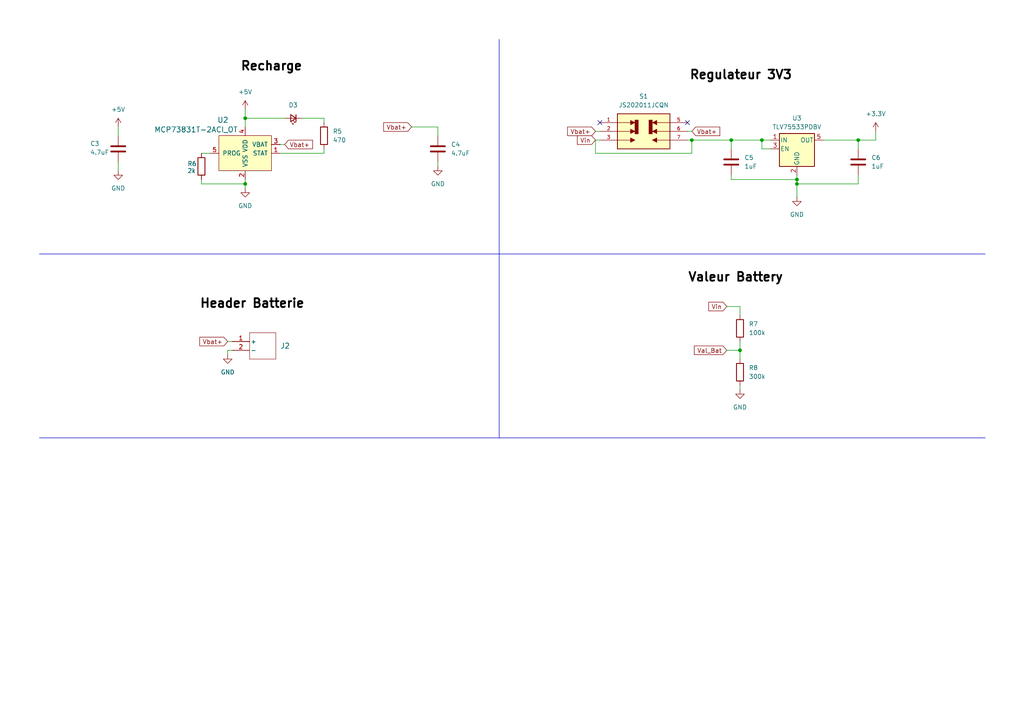
<source format=kicad_sch>
(kicad_sch (version 20231120) (generator "eeschema") (generator_version "8.0")
  (paper "A4")
  (title_block (title "POWER_RULER 2024") (date "2024-12-27") (rev "A") (company "FRANK_LAU"))
  (lib_symbols
    (symbol "Device:C" (pin_numbers hide) (pin_names (offset 0.254))
      (property "Reference" "C" (at 0.635 2.54 0))
      (property "Value" "C" (at 0.635 -2.54 0))
      (symbol "C_0_1"
        (polyline (pts (xy -2.032 -0.762) (xy 2.032 -0.762)) (stroke (width 0.508)))
        (polyline (pts (xy -2.032 0.762) (xy 2.032 0.762)) (stroke (width 0.508)))
      )
      (symbol "C_1_1"
        (pin passive line (at 0 3.81 270) (length 2.794) (name "~") (number "1"))
        (pin passive line (at 0 -3.81 90) (length 2.794) (name "~") (number "2"))
      )
    )
    (symbol "Device:LED_Small" (pin_numbers hide) (pin_names (offset 0.254) hide)
      (property "Reference" "D" (at -1.27 3.175 0))
      (property "Value" "LED_Small" (at -4.445 -2.54 0))
      (symbol "LED_Small_0_1"
        (polyline (pts (xy -0.762 -1.016) (xy -0.762 1.016)) (stroke (width 0.254)))
        (polyline (pts (xy 1.016 0) (xy -0.762 0)))
        (polyline (pts (xy 0.762 -1.016) (xy -0.762 0) (xy 0.762 1.016) (xy 0.762 -1.016)) (stroke (width 0.254)))
        (polyline (pts (xy 0 0.762) (xy -0.508 1.27) (xy -0.254 1.27) (xy -0.508 1.27) (xy -0.508 1.016)))
        (polyline (pts (xy 0.508 1.27) (xy 0 1.778) (xy 0.254 1.778) (xy 0 1.778) (xy 0 1.524)))
      )
      (symbol "LED_Small_1_1"
        (pin passive line (at -2.54 0 0) (length 1.778) (name "K") (number "1"))
        (pin passive line (at 2.54 0 180) (length 1.778) (name "A") (number "2"))
      )
    )
    (symbol "Device:R" (pin_numbers hide) (pin_names (offset 0))
      (property "Reference" "R" (at 2.032 0 90))
      (property "Value" "R" (at 0 0 90))
      (symbol "R_0_1"
        (rectangle (start -1.016 -2.54) (end 1.016 2.54) (stroke (width 0.254)))
      )
      (symbol "R_1_1"
        (pin passive line (at 0 3.81 270) (length 1.27) (name "~") (number "1"))
        (pin passive line (at 0 -3.81 90) (length 1.27) (name "~") (number "2"))
      )
    )
    (symbol "JS202011JCQN:JS202011JCQN" (pin_names (offset 1.016))
      (property "Reference" "S" (at -7.62 6.35 0))
      (property "Value" "JS202011JCQN" (at -7.62 -6.35 0))
      (symbol "JS202011JCQN_0_0"
        (rectangle (start -7.62 -5.08) (end 7.62 5.08) (stroke (width 0.254)) (fill (type background)))
        (polyline (pts (xy -7.62 -2.54) (xy -3.81 -2.54)) (stroke (width 0.1524)))
        (polyline (pts (xy -7.62 0) (xy -3.81 0)) (stroke (width 0.1524)))
        (polyline (pts (xy -7.62 2.54) (xy -3.81 2.54)) (stroke (width 0.1524)))
        (polyline (pts (xy 7.62 -2.54) (xy 3.81 -2.54)) (stroke (width 0.1524)))
        (polyline (pts (xy 7.62 0) (xy 3.81 0)) (stroke (width 0.1524)))
        (polyline (pts (xy 7.62 2.54) (xy 3.81 2.54)) (stroke (width 0.1524)))
        (polyline (pts (xy -3.81 -1.905) (xy -3.81 -3.175) (xy -2.54 -2.54) (xy -3.81 -1.905)) (stroke (width 0.1524)) (fill (type outline)))
        (polyline (pts (xy -3.81 0.635) (xy -3.81 -0.635) (xy -2.54 0) (xy -3.81 0.635)) (stroke (width 0.1524)) (fill (type outline)))
        (polyline (pts (xy -3.81 3.175) (xy -3.81 1.905) (xy -2.54 2.54) (xy -3.81 3.175)) (stroke (width 0.1524)) (fill (type outline)))
        (polyline (pts (xy 3.81 -3.175) (xy 3.81 -1.905) (xy 2.54 -2.54) (xy 3.81 -3.175)) (stroke (width 0.1524)) (fill (type outline)))
        (polyline (pts (xy 3.81 -0.635) (xy 3.81 0.635) (xy 2.54 0) (xy 3.81 -0.635)) (stroke (width 0.1524)) (fill (type outline)))
        (polyline (pts (xy 3.81 1.905) (xy 3.81 3.175) (xy 2.54 2.54) (xy 3.81 1.905)) (stroke (width 0.1524)) (fill (type outline)))
        (polyline (pts (xy -2.54 3.302) (xy -2.54 -0.762) (xy -1.524 -0.762) (xy -1.524 3.302) (xy -2.54 3.302)) (stroke (width 0.0254)) (fill (type outline)))
        (polyline (pts (xy 1.524 3.302) (xy 1.524 -0.762) (xy 2.54 -0.762) (xy 2.54 3.302) (xy 1.524 3.302)) (stroke (width 0.0254)) (fill (type outline)))
        (pin passive line (at -12.7 2.54 0) (length 5.08) (name "~") (number "1"))
        (pin passive line (at -12.7 0 0) (length 5.08) (name "~") (number "2"))
        (pin passive line (at -12.7 -2.54 0) (length 5.08) (name "~") (number "3"))
        (pin passive line (at 12.7 2.54 180) (length 5.08) (name "~") (number "5"))
        (pin passive line (at 12.7 0 180) (length 5.08) (name "~") (number "6"))
        (pin passive line (at 12.7 -2.54 180) (length 5.08) (name "~") (number "7"))
      )
    )
    (symbol "Regulator_Linear:TLV75533PDBV" (pin_names (offset 0.254))
      (property "Reference" "U" (at -3.81 5.715 0))
      (property "Value" "TLV75533PDBV" (at 0 5.715 0))
      (symbol "TLV75533PDBV_0_1"
        (rectangle (start -5.08 4.445) (end 5.08 -5.08) (stroke (width 0.254)) (fill (type background)))
      )
      (symbol "TLV75533PDBV_1_1"
        (pin power_in line (at -7.62 2.54 0) (length 2.54) (name "IN") (number "1"))
        (pin power_in line (at 0 -7.62 90) (length 2.54) (name "GND") (number "2"))
        (pin input line (at -7.62 0 0) (length 2.54) (name "EN") (number "3"))
        (pin no_connect line (at 5.08 0 180) (length 2.54) hide (name "NC") (number "4"))
        (pin power_out line (at 7.62 2.54 180) (length 2.54) (name "OUT") (number "5"))
      )
    )
    (symbol "S2B-XH-A-1:S2B-XH-A-1LFSN" (pin_names (offset 0.254))
      (property "Reference" "J" (at 8.89 6.35 0))
      (property "Value" "S2B-XH-A-1LFSN" (at 0 6.096 0))
      (symbol "S2B-XH-A-1LFSN_1_1"
        (polyline (pts (xy 5.08 -5.08) (xy 12.7 -5.08)) (stroke (width 0.127)))
        (polyline (pts (xy 5.08 2.54) (xy 5.08 -5.08)) (stroke (width 0.127)))
        (polyline (pts (xy 12.7 -5.08) (xy 12.7 2.54)) (stroke (width 0.127)))
        (polyline (pts (xy 12.7 2.54) (xy 5.08 2.54)) (stroke (width 0.127)))
        (pin unspecified line (at 0 0 0) (length 5.08) (name "+") (number "1"))
        (pin unspecified line (at 0 -2.54 0) (length 5.08) (name "-") (number "2"))
      )
      (symbol "S2B-XH-A-1LFSN_1_2"
        (polyline (pts (xy 5.08 -5.08) (xy 12.7 -5.08)) (stroke (width 0.127)))
        (polyline (pts (xy 5.08 2.54) (xy 5.08 -5.08)) (stroke (width 0.127)))
        (polyline (pts (xy 7.62 -2.54) (xy 5.08 -2.54)) (stroke (width 0.127)))
        (polyline (pts (xy 7.62 -2.54) (xy 8.89 -3.3867)) (stroke (width 0.127)))
        (polyline (pts (xy 7.62 -2.54) (xy 8.89 -1.6933)) (stroke (width 0.127)))
        (polyline (pts (xy 7.62 0) (xy 5.08 0)) (stroke (width 0.127)))
        (polyline (pts (xy 7.62 0) (xy 8.89 -0.8467)) (stroke (width 0.127)))
        (polyline (pts (xy 7.62 0) (xy 8.89 0.8467)) (stroke (width 0.127)))
        (polyline (pts (xy 12.7 -5.08) (xy 12.7 2.54)) (stroke (width 0.127)))
        (polyline (pts (xy 12.7 2.54) (xy 5.08 2.54)) (stroke (width 0.127)))
        (pin unspecified line (at 0 0 0) (length 5.08) (name "1") (number "1"))
        (pin unspecified line (at 0 -2.54 0) (length 5.08) (name "2") (number "2"))
      )
    )
    (symbol "dk_PMIC-Battery-Chargers:MCP73831T-2ACI_OT" (pin_names (offset 1.016))
      (property "Reference" "U" (at -5.08 3.556 0))
      (property "Value" "MCP73831T-2ACI_OT" (at 0.254 -8.89 0))
      (symbol "MCP73831T-2ACI_OT_0_1"
        (rectangle (start 7.62 2.54) (end -7.62 -7.62) (fill (type background)))
      )
      (symbol "MCP73831T-2ACI_OT_1_1"
        (pin output line (at 10.16 -2.54 180) (length 2.54) (name "STAT") (number "1"))
        (pin power_in line (at 0 -10.16 90) (length 2.54) (name "VSS") (number "2"))
        (pin power_out line (at 10.16 0 180) (length 2.54) (name "VBAT") (number "3"))
        (pin power_in line (at 0 5.08 270) (length 2.54) (name "VDD") (number "4"))
        (pin input line (at -10.16 -2.54 0) (length 2.54) (name "PROG") (number "5"))
      )
    )
    (symbol "power:+3.3V" (power) (pin_numbers hide) (pin_names (offset 0) hide)
      (property "Value" "+3.3V" (at 0 3.556 0))
      (symbol "+3.3V_0_1"
        (polyline (pts (xy -0.762 1.27) (xy 0 2.54)))
        (polyline (pts (xy 0 0) (xy 0 2.54)))
        (polyline (pts (xy 0 2.54) (xy 0.762 1.27)))
      )
      (symbol "+3.3V_1_1"
        (pin power_in line (at 0 0 90) (length 0) (name "~") (number "1"))
      )
    )
    (symbol "power:+5V" (power) (pin_numbers hide) (pin_names (offset 0) hide)
      (property "Value" "+5V" (at 0 3.556 0))
      (symbol "+5V_0_1"
        (polyline (pts (xy -0.762 1.27) (xy 0 2.54)))
        (polyline (pts (xy 0 0) (xy 0 2.54)))
        (polyline (pts (xy 0 2.54) (xy 0.762 1.27)))
      )
      (symbol "+5V_1_1"
        (pin power_in line (at 0 0 90) (length 0) (name "~") (number "1"))
      )
    )
    (symbol "power:GND" (power) (pin_numbers hide) (pin_names (offset 0) hide)
      (property "Value" "GND" (at 0 -3.81 0))
      (symbol "GND_0_1"
        (polyline (pts (xy 0 0) (xy 0 -1.27) (xy 1.27 -1.27) (xy 0 -2.54) (xy -1.27 -1.27) (xy 0 -1.27)))
      )
      (symbol "GND_1_1"
        (pin power_in line (at 0 0 270) (length 0) (name "~") (number "1"))
      )
    )
  )
  (junction (at 220.98 40.64))
  (junction (at 212.09 40.64))
  (junction (at 231.14 53.34))
  (junction (at 248.92 40.64))
  (junction (at 231.14 52.07))
  (junction (at 71.12 34.29))
  (junction (at 214.63 101.6))
  (junction (at 200.66 40.64))
  (junction (at 71.12 53.34))
  (no_connect (at 173.99 35.56))
  (no_connect (at 199.39 35.56))
  (wire (pts (xy 214.63 88.9) (xy 214.63 91.44)))
  (polyline (pts (xy 285.75 127) (xy 284.48 127)))
  (wire (pts (xy 71.12 31.75) (xy 71.12 34.29)))
  (wire (pts (xy 81.28 41.91) (xy 82.55 41.91)))
  (wire (pts (xy 58.42 53.34) (xy 71.12 53.34)))
  (wire (pts (xy 214.63 99.06) (xy 214.63 101.6)))
  (wire (pts (xy 119.38 36.83) (xy 127 36.83)))
  (wire (pts (xy 58.42 44.45) (xy 60.96 44.45)))
  (polyline (pts (xy 144.78 11.43) (xy 144.78 73.66)))
  (wire (pts (xy 254 40.64) (xy 248.92 40.64)))
  (wire (pts (xy 254 38.1) (xy 254 40.64)))
  (wire (pts (xy 71.12 53.34) (xy 71.12 52.07)))
  (wire (pts (xy 212.09 52.07) (xy 231.14 52.07)))
  (wire (pts (xy 231.14 52.07) (xy 231.14 53.34)))
  (wire (pts (xy 34.29 46.99) (xy 34.29 49.53)))
  (wire (pts (xy 172.72 38.1) (xy 173.99 38.1)))
  (wire (pts (xy 212.09 52.07) (xy 212.09 50.8)))
  (wire (pts (xy 200.66 44.45) (xy 200.66 40.64)))
  (wire (pts (xy 214.63 101.6) (xy 214.63 104.14)))
  (polyline (pts (xy 144.78 127) (xy 284.48 127)))
  (wire (pts (xy 71.12 34.29) (xy 82.55 34.29)))
  (wire (pts (xy 67.31 101.6) (xy 66.04 101.6)))
  (wire (pts (xy 93.98 44.45) (xy 93.98 43.18)))
  (wire (pts (xy 223.52 43.18) (xy 220.98 43.18)))
  (wire (pts (xy 34.29 36.83) (xy 34.29 39.37)))
  (polyline (pts (xy 144.78 73.66) (xy 144.78 127)))
  (wire (pts (xy 66.04 101.6) (xy 66.04 102.87)))
  (wire (pts (xy 248.92 53.34) (xy 248.92 50.8)))
  (polyline (pts (xy 11.43 127) (xy 144.78 127)))
  (wire (pts (xy 87.63 34.29) (xy 93.98 34.29)))
  (wire (pts (xy 127 46.99) (xy 127 48.26)))
  (wire (pts (xy 172.72 44.45) (xy 200.66 44.45)))
  (wire (pts (xy 71.12 53.34) (xy 71.12 54.61)))
  (wire (pts (xy 231.14 53.34) (xy 248.92 53.34)))
  (wire (pts (xy 220.98 43.18) (xy 220.98 40.64)))
  (wire (pts (xy 220.98 40.64) (xy 223.52 40.64)))
  (wire (pts (xy 231.14 50.8) (xy 231.14 52.07)))
  (polyline (pts (xy 11.43 73.66) (xy 285.75 73.66)))
  (wire (pts (xy 172.72 40.64) (xy 172.72 44.45)))
  (wire (pts (xy 248.92 40.64) (xy 238.76 40.64)))
  (wire (pts (xy 199.39 38.1) (xy 200.66 38.1)))
  (wire (pts (xy 93.98 35.56) (xy 93.98 34.29)))
  (wire (pts (xy 127 36.83) (xy 127 39.37)))
  (wire (pts (xy 210.82 101.6) (xy 214.63 101.6)))
  (wire (pts (xy 200.66 40.64) (xy 212.09 40.64)))
  (wire (pts (xy 199.39 40.64) (xy 200.66 40.64)))
  (wire (pts (xy 212.09 43.18) (xy 212.09 40.64)))
  (wire (pts (xy 210.82 88.9) (xy 214.63 88.9)))
  (wire (pts (xy 71.12 34.29) (xy 71.12 36.83)))
  (wire (pts (xy 248.92 43.18) (xy 248.92 40.64)))
  (wire (pts (xy 81.28 44.45) (xy 93.98 44.45)))
  (wire (pts (xy 214.63 111.76) (xy 214.63 113.03)))
  (wire (pts (xy 172.72 40.64) (xy 173.99 40.64)))
  (wire (pts (xy 66.04 99.06) (xy 67.31 99.06)))
  (wire (pts (xy 212.09 40.64) (xy 220.98 40.64)))
  (wire (pts (xy 231.14 53.34) (xy 231.14 57.15)))
  (wire (pts (xy 58.42 53.34) (xy 58.42 52.07)))
  (text "Valeur Battery" (at 213.36 80.518 0) (effects (font (size 2.54 2.54) (thickness 0.508) (bold yes))))
  (text "Header Batterie" (at 73.152 88.138 0) (effects (font (size 2.54 2.54) (thickness 0.508) (bold yes))))
  (text "Regulateur 3V3\n" (at 214.884 21.844 0) (effects (font (size 2.54 2.54) (thickness 0.508) (bold yes))))
  (text "Recharge" (at 78.74 19.304 0) (effects (font (size 2.54 2.54) (thickness 0.508) (bold yes))))
  (global_label "Vbat+" (shape input) (at 82.55 41.91 0) (property "Intersheetrefs" "${INTERSHEET_REFS}" (effects (hide yes))))
  (global_label "Vin" (shape input) (at 172.72 40.64 180) (property "Intersheetrefs" "${INTERSHEET_REFS}" (effects (hide yes))))
  (global_label "Vin" (shape input) (at 210.82 88.9 180) (property "Intersheetrefs" "${INTERSHEET_REFS}" (effects (hide yes))))
  (global_label "Val_Bat" (shape input) (at 210.82 101.6 180) (property "Intersheetrefs" "${INTERSHEET_REFS}" (effects (hide yes))))
  (global_label "Vbat+" (shape input) (at 66.04 99.06 180) (property "Intersheetrefs" "${INTERSHEET_REFS}" (effects (hide yes))))
  (global_label "Vbat+" (shape input) (at 200.66 38.1 0) (property "Intersheetrefs" "${INTERSHEET_REFS}" (effects (hide yes))))
  (global_label "Vbat+" (shape input) (at 119.38 36.83 180) (property "Intersheetrefs" "${INTERSHEET_REFS}" (effects (hide yes))))
  (global_label "Vbat+" (shape input) (at 172.72 38.1 180) (property "Intersheetrefs" "${INTERSHEET_REFS}" (effects (hide yes))))
  (symbol (lib_id "Device:R") (at 214.63 95.25 0) (unit 1)
    (property "Reference" "R7" (at 217.17 93.9799 0) (effects (justify left)))
    (property "Value" "100k" (at 217.17 96.5199 0) (effects (justify left)))
    (property "Footprint" "Resistor_SMD:R_0603_1608Metric_Pad0.98x0.95mm_HandSolder" (effects (hide yes)))
    (property "Description" "Resistor" (effects (hide yes)))
  )
  (symbol (lib_id "S2B-XH-A-1:S2B-XH-A-1LFSN") (at 67.31 99.06 0) (unit 1)
    (property "Reference" "J2" (at 81.28 100.3299 0) (effects (font (size 1.524 1.524)) (justify left)))
    (property "Value" "S2B-XH-A-1LFSN" (effects (hide yes)))
    (property "Footprint" "Connector_JST:JST_XH_S2B-XH-A-1_1x02_P2.50mm_Horizontal" (effects (hide yes)))
    (property "Datasheet" "S2B-XH-A-1LFSN" (effects (hide yes)))
  )
  (symbol (lib_id "Device:C") (at 248.92 46.99 0) (unit 1)
    (property "Reference" "C6" (at 252.73 45.7199 0) (effects (justify left)))
    (property "Value" "1uF" (at 252.73 48.2599 0) (effects (justify left)))
    (property "Footprint" "Capacitor_SMD:C_0603_1608Metric_Pad1.08x0.95mm_HandSolder" (effects (hide yes)))
    (property "Description" "Unpolarized capacitor" (effects (hide yes)))
  )
  (symbol (lib_id "power:GND") (at 231.14 57.15 0) (unit 1)
    (property "Reference" "#PWR023" (effects (hide yes)))
    (property "Value" "GND" (at 231.14 62.23 0))
    (property "Description" "Power symbol creates a global label with name \"GND\" , ground" (effects (hide yes)))
  )
  (symbol (lib_id "Device:C") (at 127 43.18 0) (unit 1)
    (property "Reference" "C4" (at 130.81 41.9099 0) (effects (justify left)))
    (property "Value" "4.7uF" (at 130.81 44.4499 0) (effects (justify left)))
    (property "Footprint" "Capacitor_SMD:C_0603_1608Metric_Pad1.08x0.95mm_HandSolder" (effects (hide yes)))
    (property "Description" "Unpolarized capacitor" (effects (hide yes)))
  )
  (symbol (lib_id "power:GND") (at 34.29 49.53 0) (unit 1)
    (property "Reference" "#PWR021" (effects (hide yes)))
    (property "Value" "GND" (at 34.29 54.61 0))
    (property "Description" "Power symbol creates a global label with name \"GND\" , ground" (effects (hide yes)))
  )
  (symbol (lib_id "dk_PMIC-Battery-Chargers:MCP73831T-2ACI_OT") (at 71.12 41.91 0) (unit 1)
    (property "Reference" "U2" (at 62.992 34.798 0) (effects (font (size 1.524 1.524)) (justify left)))
    (property "Value" "MCP73831T-2ACI_OT" (at 44.704 37.592 0) (effects (font (size 1.524 1.524)) (justify left)))
    (property "Footprint" "digikey-footprints:SOT-753" (effects (hide yes)))
    (property "Datasheet" "http://ww1.microchip.com/downloads/en/DeviceDoc/20001984g.pdf" (effects (hide yes)))
    (property "Description" "IC CONTROLLR LI-ION 4.2V SOT23-5" (effects (hide yes)))
    (property "Digi-Key_PN" "MCP73831T-2ACI/OTCT-ND" (effects (hide yes)))
    (property "MPN" "MCP73831T-2ACI/OT" (effects (hide yes)))
    (property "Category" "Integrated Circuits (ICs)" (effects (hide yes)))
    (property "Family" "PMIC - Battery Chargers" (effects (hide yes)))
    (property "DK_Datasheet_Link" "http://ww1.microchip.com/downloads/en/DeviceDoc/20001984g.pdf" (effects (hide yes)))
    (property "DK_Detail_Page" "/product-detail/en/microchip-technology/MCP73831T-2ACI-OT/MCP73831T-2ACI-OTCT-ND/1979802" (effects (hide yes)))
    (property "Manufacturer" "Microchip Technology" (effects (hide yes)))
    (property "Status" "Active" (effects (hide yes)))
  )
  (symbol (lib_id "Device:C") (at 212.09 46.99 0) (unit 1)
    (property "Reference" "C5" (at 215.9 45.7199 0) (effects (justify left)))
    (property "Value" "1uF" (at 215.9 48.2599 0) (effects (justify left)))
    (property "Footprint" "Capacitor_SMD:C_0603_1608Metric_Pad1.08x0.95mm_HandSolder" (effects (hide yes)))
    (property "Description" "Unpolarized capacitor" (effects (hide yes)))
  )
  (symbol (lib_id "Device:R") (at 214.63 107.95 0) (unit 1)
    (property "Reference" "R8" (at 217.17 106.6799 0) (effects (justify left)))
    (property "Value" "300k" (at 217.17 109.2199 0) (effects (justify left)))
    (property "Footprint" "Resistor_SMD:R_0603_1608Metric_Pad0.98x0.95mm_HandSolder" (effects (hide yes)))
    (property "Description" "Resistor" (effects (hide yes)))
  )
  (symbol (lib_id "Device:C") (at 34.29 43.18 0) (unit 1)
    (property "Reference" "C3" (at 26.162 41.656 0) (effects (justify left)))
    (property "Value" "4.7uF" (at 26.162 44.196 0) (effects (justify left)))
    (property "Footprint" "Capacitor_SMD:C_0603_1608Metric_Pad1.08x0.95mm_HandSolder" (effects (hide yes)))
    (property "Description" "Unpolarized capacitor" (effects (hide yes)))
  )
  (symbol (lib_id "power:+5V") (at 71.12 31.75 0) (unit 1)
    (property "Reference" "#PWR017" (effects (hide yes)))
    (property "Value" "+5V" (at 71.12 26.67 0))
    (property "Description" "Power symbol creates a global label with name \"+5V\"" (effects (hide yes)))
  )
  (symbol (lib_id "Regulator_Linear:TLV75533PDBV") (at 231.14 43.18 0) (unit 1)
    (property "Reference" "U3" (at 231.14 34.29 0))
    (property "Value" "TLV75533PDBV" (at 231.14 36.83 0))
    (property "Footprint" "Package_TO_SOT_SMD:SOT-23-5" (effects (hide yes)))
    (property "Datasheet" "http://www.ti.com/lit/ds/symlink/tlv755p.pdf" (effects (hide yes)))
    (property "Description" "500mA Low Dropout Voltage Regulator, Fixed Output 3.3V, SOT-23-5" (effects (hide yes)))
  )
  (symbol (lib_id "Device:LED_Small") (at 85.09 34.29 180) (unit 1)
    (property "Reference" "D3" (at 85.0265 30.48 0))
    (property "Value" "LED_Small" (effects (hide yes)))
    (property "Footprint" "LED_SMD:LED_0603_1608Metric_Pad1.05x0.95mm_HandSolder" (effects (hide yes)))
    (property "Description" "Light emitting diode, small symbol" (effects (hide yes)))
  )
  (symbol (lib_id "JS202011JCQN:JS202011JCQN") (at 186.69 38.1 0) (unit 1)
    (property "Reference" "S1" (at 186.69 27.94 0))
    (property "Value" "JS202011JCQN" (at 186.69 30.48 0))
    (property "Footprint" "JS202011JCQN:SW_JS202011JCQN" (effects (hide yes)))
    (property "PARTREV" "11 Nov 19" (effects (hide yes)))
    (property "MANUFACTURER" "C&K" (effects (hide yes)))
    (property "MAXIMUM_PACKAGE_HEIGHT" "5.6 mm" (effects (hide yes)))
    (property "STANDARD" "Manufacturer Recommendations" (effects (hide yes)))
  )
  (symbol (lib_id "Device:R") (at 58.42 48.26 0) (unit 1)
    (property "Reference" "R6" (at 54.356 47.498 0) (effects (justify left)))
    (property "Value" "2k" (at 54.356 49.53 0) (effects (justify left)))
    (property "Footprint" "Resistor_SMD:R_0603_1608Metric_Pad0.98x0.95mm_HandSolder" (effects (hide yes)))
    (property "Description" "Resistor" (effects (hide yes)))
  )
  (symbol (lib_id "Device:R") (at 93.98 39.37 0) (unit 1)
    (property "Reference" "R5" (at 96.52 38.0999 0) (effects (justify left)))
    (property "Value" "470" (at 96.52 40.6399 0) (effects (justify left)))
    (property "Footprint" "Resistor_SMD:R_0603_1608Metric_Pad0.98x0.95mm_HandSolder" (effects (hide yes)))
    (property "Description" "Resistor" (effects (hide yes)))
  )
  (symbol (lib_id "power:GND") (at 66.04 102.87 0) (unit 1)
    (property "Reference" "#PWR024" (effects (hide yes)))
    (property "Value" "GND" (at 66.04 107.95 0))
    (property "Description" "Power symbol creates a global label with name \"GND\" , ground" (effects (hide yes)))
  )
  (symbol (lib_id "power:+3.3V") (at 254 38.1 0) (unit 1)
    (property "Reference" "#PWR060" (effects (hide yes)))
    (property "Value" "+3.3V" (at 254 33.02 0))
    (property "Description" "Power symbol creates a global label with name \"+3.3V\"" (effects (hide yes)))
  )
  (symbol (lib_id "power:+5V") (at 34.29 36.83 0) (unit 1)
    (property "Reference" "#PWR018" (effects (hide yes)))
    (property "Value" "+5V" (at 34.29 31.75 0))
    (property "Description" "Power symbol creates a global label with name \"+5V\"" (effects (hide yes)))
  )
  (symbol (lib_id "power:GND") (at 71.12 54.61 0) (unit 1)
    (property "Reference" "#PWR022" (effects (hide yes)))
    (property "Value" "GND" (at 71.12 59.69 0))
    (property "Description" "Power symbol creates a global label with name \"GND\" , ground" (effects (hide yes)))
  )
  (symbol (lib_id "power:GND") (at 127 48.26 0) (unit 1)
    (property "Reference" "#PWR020" (effects (hide yes)))
    (property "Value" "GND" (at 127 53.34 0))
    (property "Description" "Power symbol creates a global label with name \"GND\" , ground" (effects (hide yes)))
  )
  (symbol (lib_id "power:GND") (at 214.63 113.03 0) (unit 1)
    (property "Reference" "#PWR025" (effects (hide yes)))
    (property "Value" "GND" (at 214.63 118.11 0))
    (property "Description" "Power symbol creates a global label with name \"GND\" , ground" (effects (hide yes)))
  )
)
</source>
